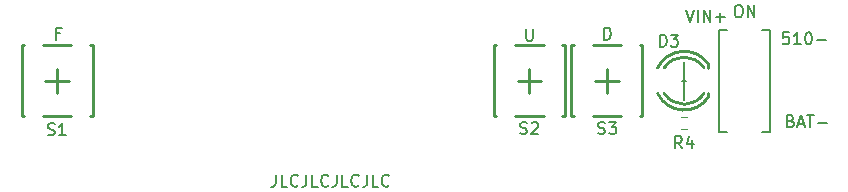
<source format=gbr>
G04 #@! TF.GenerationSoftware,KiCad,Pcbnew,5.1.0-unknown-9e240db~82~ubuntu18.04.1*
G04 #@! TF.CreationDate,2019-04-19T11:16:57+02:00*
G04 #@! TF.ProjectId,VoltMax PWM Board A,566f6c74-4d61-4782-9050-574d20426f61,rev?*
G04 #@! TF.SameCoordinates,Original*
G04 #@! TF.FileFunction,Legend,Top*
G04 #@! TF.FilePolarity,Positive*
%FSLAX46Y46*%
G04 Gerber Fmt 4.6, Leading zero omitted, Abs format (unit mm)*
G04 Created by KiCad (PCBNEW 5.1.0-unknown-9e240db~82~ubuntu18.04.1) date 2019-04-19 11:16:57*
%MOMM*%
%LPD*%
G04 APERTURE LIST*
%ADD10C,0.150000*%
%ADD11C,0.200000*%
%ADD12C,0.250000*%
%ADD13C,0.120000*%
G04 APERTURE END LIST*
D10*
X176126071Y-93752380D02*
X176316547Y-93752380D01*
X176411785Y-93800000D01*
X176507023Y-93895238D01*
X176554642Y-94085714D01*
X176554642Y-94419047D01*
X176507023Y-94609523D01*
X176411785Y-94704761D01*
X176316547Y-94752380D01*
X176126071Y-94752380D01*
X176030833Y-94704761D01*
X175935595Y-94609523D01*
X175887976Y-94419047D01*
X175887976Y-94085714D01*
X175935595Y-93895238D01*
X176030833Y-93800000D01*
X176126071Y-93752380D01*
X176983214Y-94752380D02*
X176983214Y-93752380D01*
X177554642Y-94752380D01*
X177554642Y-93752380D01*
X118768928Y-96128571D02*
X118435595Y-96128571D01*
X118435595Y-96652380D02*
X118435595Y-95652380D01*
X118911785Y-95652380D01*
X164835595Y-96652380D02*
X164835595Y-95652380D01*
X165073690Y-95652380D01*
X165216547Y-95700000D01*
X165311785Y-95795238D01*
X165359404Y-95890476D01*
X165407023Y-96080952D01*
X165407023Y-96223809D01*
X165359404Y-96414285D01*
X165311785Y-96509523D01*
X165216547Y-96604761D01*
X165073690Y-96652380D01*
X164835595Y-96652380D01*
X158235595Y-95752380D02*
X158235595Y-96561904D01*
X158283214Y-96657142D01*
X158330833Y-96704761D01*
X158426071Y-96752380D01*
X158616547Y-96752380D01*
X158711785Y-96704761D01*
X158759404Y-96657142D01*
X158807023Y-96561904D01*
X158807023Y-95752380D01*
X137054309Y-108098380D02*
X137054309Y-108812666D01*
X137006690Y-108955523D01*
X136911452Y-109050761D01*
X136768595Y-109098380D01*
X136673357Y-109098380D01*
X138006690Y-109098380D02*
X137530500Y-109098380D01*
X137530500Y-108098380D01*
X138911452Y-109003142D02*
X138863833Y-109050761D01*
X138720976Y-109098380D01*
X138625738Y-109098380D01*
X138482880Y-109050761D01*
X138387642Y-108955523D01*
X138340023Y-108860285D01*
X138292404Y-108669809D01*
X138292404Y-108526952D01*
X138340023Y-108336476D01*
X138387642Y-108241238D01*
X138482880Y-108146000D01*
X138625738Y-108098380D01*
X138720976Y-108098380D01*
X138863833Y-108146000D01*
X138911452Y-108193619D01*
X139625738Y-108098380D02*
X139625738Y-108812666D01*
X139578119Y-108955523D01*
X139482880Y-109050761D01*
X139340023Y-109098380D01*
X139244785Y-109098380D01*
X140578119Y-109098380D02*
X140101928Y-109098380D01*
X140101928Y-108098380D01*
X141482880Y-109003142D02*
X141435261Y-109050761D01*
X141292404Y-109098380D01*
X141197166Y-109098380D01*
X141054309Y-109050761D01*
X140959071Y-108955523D01*
X140911452Y-108860285D01*
X140863833Y-108669809D01*
X140863833Y-108526952D01*
X140911452Y-108336476D01*
X140959071Y-108241238D01*
X141054309Y-108146000D01*
X141197166Y-108098380D01*
X141292404Y-108098380D01*
X141435261Y-108146000D01*
X141482880Y-108193619D01*
X142197166Y-108098380D02*
X142197166Y-108812666D01*
X142149547Y-108955523D01*
X142054309Y-109050761D01*
X141911452Y-109098380D01*
X141816214Y-109098380D01*
X143149547Y-109098380D02*
X142673357Y-109098380D01*
X142673357Y-108098380D01*
X144054309Y-109003142D02*
X144006690Y-109050761D01*
X143863833Y-109098380D01*
X143768595Y-109098380D01*
X143625738Y-109050761D01*
X143530500Y-108955523D01*
X143482880Y-108860285D01*
X143435261Y-108669809D01*
X143435261Y-108526952D01*
X143482880Y-108336476D01*
X143530500Y-108241238D01*
X143625738Y-108146000D01*
X143768595Y-108098380D01*
X143863833Y-108098380D01*
X144006690Y-108146000D01*
X144054309Y-108193619D01*
X144768595Y-108098380D02*
X144768595Y-108812666D01*
X144720976Y-108955523D01*
X144625738Y-109050761D01*
X144482880Y-109098380D01*
X144387642Y-109098380D01*
X145720976Y-109098380D02*
X145244785Y-109098380D01*
X145244785Y-108098380D01*
X146625738Y-109003142D02*
X146578119Y-109050761D01*
X146435261Y-109098380D01*
X146340023Y-109098380D01*
X146197166Y-109050761D01*
X146101928Y-108955523D01*
X146054309Y-108860285D01*
X146006690Y-108669809D01*
X146006690Y-108526952D01*
X146054309Y-108336476D01*
X146101928Y-108241238D01*
X146197166Y-108146000D01*
X146340023Y-108098380D01*
X146435261Y-108098380D01*
X146578119Y-108146000D01*
X146625738Y-108193619D01*
D11*
X175230000Y-104441000D02*
X174580000Y-104441000D01*
X175230000Y-95839000D02*
X174580000Y-95839000D01*
X178880000Y-104441000D02*
X178230000Y-104441000D01*
X174580000Y-95839000D02*
X174580000Y-104441000D01*
X178880000Y-95839000D02*
X178880000Y-104441000D01*
X178880000Y-95839000D02*
X178230000Y-95839000D01*
D10*
X171801000Y-100144000D02*
X171439000Y-100144000D01*
X171619000Y-101766000D02*
X171621000Y-98535000D01*
D12*
X173670000Y-99054000D02*
X173670000Y-98735000D01*
X173670000Y-101533000D02*
X173670000Y-101214000D01*
X169918194Y-99067201D02*
G75*
G02X173293330Y-99054000I1691806J-1076799D01*
G01*
X169936379Y-101229124D02*
G75*
G03X173293330Y-101214000I1673621J1085124D01*
G01*
X169358107Y-99068291D02*
G75*
G02X173670000Y-98735251I2251893J-1075709D01*
G01*
X169375410Y-101229739D02*
G75*
G03X173670000Y-101532749I2234590J1085739D01*
G01*
D13*
X171380000Y-104210000D02*
X171820000Y-104210000D01*
X171380000Y-103190000D02*
X171820000Y-103190000D01*
D12*
X121523000Y-97144000D02*
X121323000Y-97144000D01*
X121523000Y-97144000D02*
X121523000Y-103144000D01*
X115523000Y-97144000D02*
X115523000Y-103144000D01*
X119723000Y-97144000D02*
X117323000Y-97144000D01*
X119723000Y-103144000D02*
X117323000Y-103144000D01*
X121523000Y-103144000D02*
X121323000Y-103144000D01*
X115523000Y-97144000D02*
X115723000Y-97144000D01*
X115523000Y-103144000D02*
X115723000Y-103144000D01*
X119523000Y-100144000D02*
X117523000Y-100144000D01*
X118523000Y-99144000D02*
X118523000Y-101144000D01*
X161510000Y-97150000D02*
X161310000Y-97150000D01*
X161510000Y-97150000D02*
X161510000Y-103150000D01*
X155510000Y-97150000D02*
X155510000Y-103150000D01*
X159710000Y-97150000D02*
X157310000Y-97150000D01*
X159710000Y-103150000D02*
X157310000Y-103150000D01*
X161510000Y-103150000D02*
X161310000Y-103150000D01*
X155510000Y-97150000D02*
X155710000Y-97150000D01*
X155510000Y-103150000D02*
X155710000Y-103150000D01*
X159510000Y-100150000D02*
X157510000Y-100150000D01*
X158510000Y-99150000D02*
X158510000Y-101150000D01*
X165070000Y-101150000D02*
X165070000Y-99150000D01*
X164070000Y-100150000D02*
X166070000Y-100150000D01*
X168070000Y-97150000D02*
X167870000Y-97150000D01*
X168070000Y-103150000D02*
X167870000Y-103150000D01*
X162070000Y-97150000D02*
X162270000Y-97150000D01*
X163870000Y-97150000D02*
X166270000Y-97150000D01*
X163870000Y-103150000D02*
X166270000Y-103150000D01*
X168070000Y-103150000D02*
X168070000Y-97150000D01*
X162070000Y-103150000D02*
X162070000Y-97150000D01*
X162070000Y-103150000D02*
X162270000Y-103150000D01*
D10*
X180466666Y-96042380D02*
X179990476Y-96042380D01*
X179942857Y-96518571D01*
X179990476Y-96470952D01*
X180085714Y-96423333D01*
X180323809Y-96423333D01*
X180419047Y-96470952D01*
X180466666Y-96518571D01*
X180514285Y-96613809D01*
X180514285Y-96851904D01*
X180466666Y-96947142D01*
X180419047Y-96994761D01*
X180323809Y-97042380D01*
X180085714Y-97042380D01*
X179990476Y-96994761D01*
X179942857Y-96947142D01*
X181466666Y-97042380D02*
X180895238Y-97042380D01*
X181180952Y-97042380D02*
X181180952Y-96042380D01*
X181085714Y-96185238D01*
X180990476Y-96280476D01*
X180895238Y-96328095D01*
X182085714Y-96042380D02*
X182180952Y-96042380D01*
X182276190Y-96090000D01*
X182323809Y-96137619D01*
X182371428Y-96232857D01*
X182419047Y-96423333D01*
X182419047Y-96661428D01*
X182371428Y-96851904D01*
X182323809Y-96947142D01*
X182276190Y-96994761D01*
X182180952Y-97042380D01*
X182085714Y-97042380D01*
X181990476Y-96994761D01*
X181942857Y-96947142D01*
X181895238Y-96851904D01*
X181847619Y-96661428D01*
X181847619Y-96423333D01*
X181895238Y-96232857D01*
X181942857Y-96137619D01*
X181990476Y-96090000D01*
X182085714Y-96042380D01*
X182847619Y-96661428D02*
X183609523Y-96661428D01*
X180642857Y-103548571D02*
X180785714Y-103596190D01*
X180833333Y-103643809D01*
X180880952Y-103739047D01*
X180880952Y-103881904D01*
X180833333Y-103977142D01*
X180785714Y-104024761D01*
X180690476Y-104072380D01*
X180309523Y-104072380D01*
X180309523Y-103072380D01*
X180642857Y-103072380D01*
X180738095Y-103120000D01*
X180785714Y-103167619D01*
X180833333Y-103262857D01*
X180833333Y-103358095D01*
X180785714Y-103453333D01*
X180738095Y-103500952D01*
X180642857Y-103548571D01*
X180309523Y-103548571D01*
X181261904Y-103786666D02*
X181738095Y-103786666D01*
X181166666Y-104072380D02*
X181500000Y-103072380D01*
X181833333Y-104072380D01*
X182023809Y-103072380D02*
X182595238Y-103072380D01*
X182309523Y-104072380D02*
X182309523Y-103072380D01*
X182928571Y-103691428D02*
X183690476Y-103691428D01*
X169561904Y-97252380D02*
X169561904Y-96252380D01*
X169800000Y-96252380D01*
X169942857Y-96300000D01*
X170038095Y-96395238D01*
X170085714Y-96490476D01*
X170133333Y-96680952D01*
X170133333Y-96823809D01*
X170085714Y-97014285D01*
X170038095Y-97109523D01*
X169942857Y-97204761D01*
X169800000Y-97252380D01*
X169561904Y-97252380D01*
X170466666Y-96252380D02*
X171085714Y-96252380D01*
X170752380Y-96633333D01*
X170895238Y-96633333D01*
X170990476Y-96680952D01*
X171038095Y-96728571D01*
X171085714Y-96823809D01*
X171085714Y-97061904D01*
X171038095Y-97157142D01*
X170990476Y-97204761D01*
X170895238Y-97252380D01*
X170609523Y-97252380D01*
X170514285Y-97204761D01*
X170466666Y-97157142D01*
X171785714Y-94152380D02*
X172119047Y-95152380D01*
X172452380Y-94152380D01*
X172785714Y-95152380D02*
X172785714Y-94152380D01*
X173261904Y-95152380D02*
X173261904Y-94152380D01*
X173833333Y-95152380D01*
X173833333Y-94152380D01*
X174309523Y-94771428D02*
X175071428Y-94771428D01*
X174690476Y-95152380D02*
X174690476Y-94390476D01*
X171433333Y-105852380D02*
X171100000Y-105376190D01*
X170861904Y-105852380D02*
X170861904Y-104852380D01*
X171242857Y-104852380D01*
X171338095Y-104900000D01*
X171385714Y-104947619D01*
X171433333Y-105042857D01*
X171433333Y-105185714D01*
X171385714Y-105280952D01*
X171338095Y-105328571D01*
X171242857Y-105376190D01*
X170861904Y-105376190D01*
X172290476Y-105185714D02*
X172290476Y-105852380D01*
X172052380Y-104804761D02*
X171814285Y-105519047D01*
X172433333Y-105519047D01*
X117738095Y-104704761D02*
X117880952Y-104752380D01*
X118119047Y-104752380D01*
X118214285Y-104704761D01*
X118261904Y-104657142D01*
X118309523Y-104561904D01*
X118309523Y-104466666D01*
X118261904Y-104371428D01*
X118214285Y-104323809D01*
X118119047Y-104276190D01*
X117928571Y-104228571D01*
X117833333Y-104180952D01*
X117785714Y-104133333D01*
X117738095Y-104038095D01*
X117738095Y-103942857D01*
X117785714Y-103847619D01*
X117833333Y-103800000D01*
X117928571Y-103752380D01*
X118166666Y-103752380D01*
X118309523Y-103800000D01*
X119261904Y-104752380D02*
X118690476Y-104752380D01*
X118976190Y-104752380D02*
X118976190Y-103752380D01*
X118880952Y-103895238D01*
X118785714Y-103990476D01*
X118690476Y-104038095D01*
X157738095Y-104604761D02*
X157880952Y-104652380D01*
X158119047Y-104652380D01*
X158214285Y-104604761D01*
X158261904Y-104557142D01*
X158309523Y-104461904D01*
X158309523Y-104366666D01*
X158261904Y-104271428D01*
X158214285Y-104223809D01*
X158119047Y-104176190D01*
X157928571Y-104128571D01*
X157833333Y-104080952D01*
X157785714Y-104033333D01*
X157738095Y-103938095D01*
X157738095Y-103842857D01*
X157785714Y-103747619D01*
X157833333Y-103700000D01*
X157928571Y-103652380D01*
X158166666Y-103652380D01*
X158309523Y-103700000D01*
X158690476Y-103747619D02*
X158738095Y-103700000D01*
X158833333Y-103652380D01*
X159071428Y-103652380D01*
X159166666Y-103700000D01*
X159214285Y-103747619D01*
X159261904Y-103842857D01*
X159261904Y-103938095D01*
X159214285Y-104080952D01*
X158642857Y-104652380D01*
X159261904Y-104652380D01*
X164338095Y-104604761D02*
X164480952Y-104652380D01*
X164719047Y-104652380D01*
X164814285Y-104604761D01*
X164861904Y-104557142D01*
X164909523Y-104461904D01*
X164909523Y-104366666D01*
X164861904Y-104271428D01*
X164814285Y-104223809D01*
X164719047Y-104176190D01*
X164528571Y-104128571D01*
X164433333Y-104080952D01*
X164385714Y-104033333D01*
X164338095Y-103938095D01*
X164338095Y-103842857D01*
X164385714Y-103747619D01*
X164433333Y-103700000D01*
X164528571Y-103652380D01*
X164766666Y-103652380D01*
X164909523Y-103700000D01*
X165242857Y-103652380D02*
X165861904Y-103652380D01*
X165528571Y-104033333D01*
X165671428Y-104033333D01*
X165766666Y-104080952D01*
X165814285Y-104128571D01*
X165861904Y-104223809D01*
X165861904Y-104461904D01*
X165814285Y-104557142D01*
X165766666Y-104604761D01*
X165671428Y-104652380D01*
X165385714Y-104652380D01*
X165290476Y-104604761D01*
X165242857Y-104557142D01*
M02*

</source>
